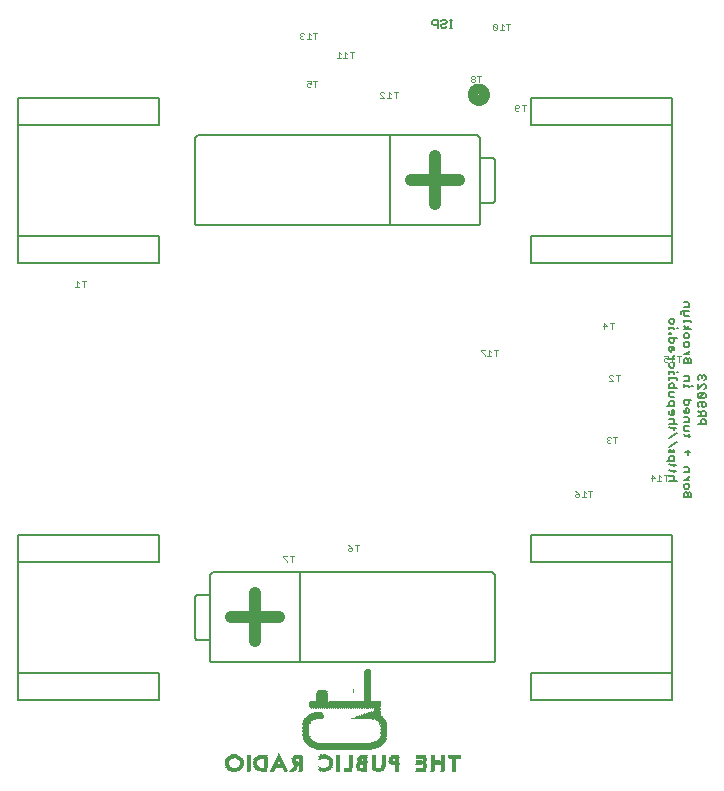
<source format=gbo>
G75*
%MOIN*%
%OFA0B0*%
%FSLAX24Y24*%
%IPPOS*%
%LPD*%
%AMOC8*
5,1,8,0,0,1.08239X$1,22.5*
%
%ADD10R,0.0010X0.0110*%
%ADD11R,0.0010X0.0010*%
%ADD12R,0.0010X0.0030*%
%ADD13R,0.0010X0.0070*%
%ADD14C,0.0070*%
%ADD15C,0.0320*%
%ADD16C,0.0050*%
%ADD17C,0.0080*%
%ADD18C,0.0400*%
%ADD19C,0.0040*%
%ADD20R,0.0015X0.0015*%
%ADD21R,0.0107X0.0015*%
%ADD22R,0.0123X0.0015*%
%ADD23R,0.0138X0.0015*%
%ADD24R,0.0353X0.0015*%
%ADD25R,0.0230X0.0015*%
%ADD26R,0.0261X0.0015*%
%ADD27R,0.0292X0.0015*%
%ADD28R,0.0154X0.0015*%
%ADD29R,0.0276X0.0015*%
%ADD30R,0.0322X0.0015*%
%ADD31R,0.0307X0.0015*%
%ADD32R,0.0169X0.0015*%
%ADD33R,0.0338X0.0015*%
%ADD34R,0.0384X0.0015*%
%ADD35R,0.0369X0.0015*%
%ADD36R,0.0415X0.0015*%
%ADD37R,0.0399X0.0015*%
%ADD38R,0.0445X0.0015*%
%ADD39R,0.0476X0.0015*%
%ADD40R,0.0200X0.0015*%
%ADD41R,0.0430X0.0015*%
%ADD42R,0.0077X0.0015*%
%ADD43R,0.0184X0.0015*%
%ADD44R,0.0046X0.0015*%
%ADD45R,0.0031X0.0015*%
%ADD46R,0.0246X0.0015*%
%ADD47R,0.0461X0.0015*%
%ADD48R,0.0092X0.0015*%
%ADD49R,0.0061X0.0015*%
%ADD50R,0.1981X0.0015*%
%ADD51R,0.2165X0.0015*%
%ADD52R,0.2288X0.0015*%
%ADD53R,0.2380X0.0015*%
%ADD54R,0.2472X0.0015*%
%ADD55R,0.2533X0.0015*%
%ADD56R,0.2595X0.0015*%
%ADD57R,0.0215X0.0015*%
%ADD58R,0.1075X0.0015*%
%ADD59R,0.0568X0.0015*%
%ADD60R,0.0952X0.0015*%
%ADD61R,0.0844X0.0015*%
%ADD62R,0.0537X0.0015*%
%ADD63R,0.0691X0.0015*%
%ADD64R,0.0507X0.0015*%
%ADD65R,0.0583X0.0015*%
%ADD66R,0.2365X0.0015*%
%ADD67R,0.2395X0.0015*%
%ADD68R,0.2349X0.0015*%
D10*
X014214Y004201D03*
D11*
X014224Y004161D03*
D12*
X014224Y004191D03*
X014224Y004231D03*
D13*
X014234Y004201D03*
D14*
X024742Y011190D02*
X024992Y011190D01*
X024909Y011232D02*
X024909Y011315D01*
X024867Y011357D01*
X024742Y011357D01*
X024784Y011526D02*
X024742Y011568D01*
X024784Y011526D02*
X024950Y011526D01*
X024909Y011485D02*
X024909Y011568D01*
X024909Y011681D02*
X024909Y011764D01*
X024950Y011723D02*
X024784Y011723D01*
X024742Y011764D01*
X024742Y011877D02*
X024742Y012003D01*
X024784Y012044D01*
X024867Y012044D01*
X024909Y012003D01*
X024909Y011877D01*
X024658Y011877D01*
X024742Y012172D02*
X024784Y012172D01*
X024784Y012214D01*
X024742Y012214D01*
X024742Y012172D01*
X024867Y012172D02*
X024909Y012172D01*
X024909Y012214D01*
X024867Y012214D01*
X024867Y012172D01*
X024742Y012319D02*
X024992Y012486D01*
X024742Y012614D02*
X024992Y012781D01*
X024909Y012909D02*
X024909Y012992D01*
X024950Y012950D02*
X024784Y012950D01*
X024742Y012992D01*
X024742Y013105D02*
X024992Y013105D01*
X024909Y013147D02*
X024909Y013230D01*
X024867Y013272D01*
X024742Y013272D01*
X024784Y013400D02*
X024867Y013400D01*
X024909Y013441D01*
X024909Y013525D01*
X024867Y013567D01*
X024825Y013567D01*
X024825Y013400D01*
X024784Y013400D02*
X024742Y013441D01*
X024742Y013525D01*
X024742Y013694D02*
X024742Y013820D01*
X024784Y013861D01*
X024867Y013861D01*
X024909Y013820D01*
X024909Y013694D01*
X024658Y013694D01*
X024784Y013989D02*
X024742Y014031D01*
X024742Y014156D01*
X024909Y014156D01*
X024909Y014284D02*
X024909Y014409D01*
X024867Y014451D01*
X024784Y014451D01*
X024742Y014409D01*
X024742Y014284D01*
X024992Y014284D01*
X025222Y014333D02*
X025222Y014416D01*
X025222Y014375D02*
X025389Y014375D01*
X025389Y014333D01*
X025472Y014375D02*
X025514Y014375D01*
X025702Y014426D02*
X025702Y014259D01*
X025869Y014426D01*
X025910Y014426D01*
X025952Y014384D01*
X025952Y014301D01*
X025910Y014259D01*
X025910Y014131D02*
X025744Y013965D01*
X025702Y014006D01*
X025702Y014090D01*
X025744Y014131D01*
X025910Y014131D01*
X025952Y014090D01*
X025952Y014006D01*
X025910Y013965D01*
X025744Y013965D01*
X025744Y013837D02*
X025910Y013837D01*
X025952Y013795D01*
X025952Y013712D01*
X025910Y013670D01*
X025869Y013670D01*
X025827Y013712D01*
X025827Y013837D01*
X025744Y013837D02*
X025702Y013795D01*
X025702Y013712D01*
X025744Y013670D01*
X025702Y013542D02*
X025785Y013459D01*
X025785Y013500D02*
X025785Y013375D01*
X025702Y013375D02*
X025952Y013375D01*
X025952Y013500D01*
X025910Y013542D01*
X025827Y013542D01*
X025785Y013500D01*
X025827Y013247D02*
X025785Y013206D01*
X025785Y013081D01*
X025702Y013081D02*
X025952Y013081D01*
X025952Y013206D01*
X025910Y013247D01*
X025827Y013247D01*
X025389Y013279D02*
X025347Y013321D01*
X025222Y013321D01*
X025264Y013449D02*
X025347Y013449D01*
X025389Y013491D01*
X025389Y013574D01*
X025347Y013616D01*
X025305Y013616D01*
X025305Y013449D01*
X025264Y013449D02*
X025222Y013491D01*
X025222Y013574D01*
X025264Y013744D02*
X025347Y013744D01*
X025389Y013785D01*
X025389Y013910D01*
X025472Y013910D02*
X025222Y013910D01*
X025222Y013785D01*
X025264Y013744D01*
X024909Y013989D02*
X024784Y013989D01*
X024742Y014578D02*
X024742Y014662D01*
X024742Y014620D02*
X024992Y014620D01*
X024992Y014578D01*
X024909Y014775D02*
X024909Y014817D01*
X024742Y014817D01*
X024742Y014858D02*
X024742Y014775D01*
X024784Y014971D02*
X024742Y015013D01*
X024742Y015138D01*
X024742Y015266D02*
X024909Y015266D01*
X024909Y015349D02*
X024909Y015391D01*
X024909Y015349D02*
X024825Y015266D01*
X024909Y015138D02*
X024909Y015013D01*
X024867Y014971D01*
X024784Y014971D01*
X024992Y014817D02*
X025034Y014817D01*
X025222Y014696D02*
X025347Y014696D01*
X025389Y014654D01*
X025389Y014529D01*
X025222Y014529D01*
X025702Y014596D02*
X025744Y014554D01*
X025702Y014596D02*
X025702Y014679D01*
X025744Y014721D01*
X025785Y014721D01*
X025827Y014679D01*
X025827Y014637D01*
X025827Y014679D02*
X025869Y014721D01*
X025910Y014721D01*
X025952Y014679D01*
X025952Y014596D01*
X025910Y014554D01*
X025472Y015119D02*
X025222Y015119D01*
X025222Y015244D01*
X025264Y015285D01*
X025305Y015285D01*
X025347Y015244D01*
X025347Y015119D01*
X025347Y015244D02*
X025389Y015285D01*
X025430Y015285D01*
X025472Y015244D01*
X025472Y015119D01*
X025389Y015413D02*
X025222Y015413D01*
X025305Y015413D02*
X025389Y015497D01*
X025389Y015538D01*
X025347Y015659D02*
X025264Y015659D01*
X025222Y015700D01*
X025222Y015784D01*
X025264Y015826D01*
X025347Y015826D01*
X025389Y015784D01*
X025389Y015700D01*
X025347Y015659D01*
X025347Y015953D02*
X025264Y015953D01*
X025222Y015995D01*
X025222Y016079D01*
X025264Y016120D01*
X025347Y016120D01*
X025389Y016079D01*
X025389Y015995D01*
X025347Y015953D01*
X025305Y016248D02*
X025389Y016373D01*
X025472Y016494D02*
X025472Y016535D01*
X025222Y016535D01*
X025222Y016494D02*
X025222Y016577D01*
X025264Y016690D02*
X025222Y016732D01*
X025222Y016857D01*
X025180Y016857D02*
X025138Y016815D01*
X025138Y016773D01*
X025180Y016857D02*
X025389Y016857D01*
X025389Y016985D02*
X025389Y017110D01*
X025347Y017152D01*
X025222Y017152D01*
X025222Y016985D02*
X025389Y016985D01*
X025389Y016690D02*
X025264Y016690D01*
X025222Y016373D02*
X025305Y016248D01*
X025222Y016248D02*
X025472Y016248D01*
X025034Y016290D02*
X024992Y016290D01*
X024909Y016290D02*
X024742Y016290D01*
X024742Y016331D02*
X024742Y016248D01*
X024742Y016142D02*
X024742Y016101D01*
X024784Y016101D01*
X024784Y016142D01*
X024742Y016142D01*
X024742Y015973D02*
X024742Y015848D01*
X024784Y015806D01*
X024867Y015806D01*
X024909Y015848D01*
X024909Y015973D01*
X024992Y015973D02*
X024742Y015973D01*
X024742Y015678D02*
X024742Y015553D01*
X024784Y015511D01*
X024825Y015553D01*
X024825Y015678D01*
X024867Y015678D02*
X024742Y015678D01*
X024867Y015678D02*
X024909Y015637D01*
X024909Y015553D01*
X024909Y016248D02*
X024909Y016290D01*
X024867Y016445D02*
X024784Y016445D01*
X024742Y016486D01*
X024742Y016570D01*
X024784Y016611D01*
X024867Y016611D01*
X024909Y016570D01*
X024909Y016486D01*
X024867Y016445D01*
X025389Y013279D02*
X025389Y013154D01*
X025222Y013154D01*
X025222Y013026D02*
X025389Y013026D01*
X025389Y012860D02*
X025264Y012860D01*
X025222Y012901D01*
X025222Y013026D01*
X025222Y012747D02*
X025264Y012705D01*
X025430Y012705D01*
X025389Y012663D02*
X025389Y012747D01*
X025347Y012241D02*
X025347Y012074D01*
X025430Y012157D02*
X025264Y012157D01*
X025222Y011651D02*
X025347Y011651D01*
X025389Y011610D01*
X025389Y011485D01*
X025222Y011485D01*
X025389Y011364D02*
X025389Y011322D01*
X025305Y011239D01*
X025222Y011239D02*
X025389Y011239D01*
X025347Y011111D02*
X025389Y011069D01*
X025389Y010986D01*
X025347Y010944D01*
X025264Y010944D01*
X025222Y010986D01*
X025222Y011069D01*
X025264Y011111D01*
X025347Y011111D01*
X025389Y010817D02*
X025347Y010775D01*
X025347Y010650D01*
X025347Y010775D02*
X025305Y010817D01*
X025264Y010817D01*
X025222Y010775D01*
X025222Y010650D01*
X025472Y010650D01*
X025472Y010775D01*
X025430Y010817D01*
X025389Y010817D01*
X024909Y011232D02*
X024867Y011190D01*
X024867Y013105D02*
X024909Y013147D01*
D15*
X018197Y024071D02*
X018199Y024098D01*
X018205Y024125D01*
X018214Y024151D01*
X018227Y024175D01*
X018243Y024198D01*
X018262Y024217D01*
X018284Y024234D01*
X018308Y024248D01*
X018333Y024258D01*
X018360Y024265D01*
X018387Y024268D01*
X018415Y024267D01*
X018442Y024262D01*
X018468Y024254D01*
X018492Y024242D01*
X018515Y024226D01*
X018536Y024208D01*
X018553Y024187D01*
X018568Y024163D01*
X018579Y024138D01*
X018587Y024112D01*
X018591Y024085D01*
X018591Y024057D01*
X018587Y024030D01*
X018579Y024004D01*
X018568Y023979D01*
X018553Y023955D01*
X018536Y023934D01*
X018515Y023916D01*
X018493Y023900D01*
X018468Y023888D01*
X018442Y023880D01*
X018415Y023875D01*
X018387Y023874D01*
X018360Y023877D01*
X018333Y023884D01*
X018308Y023894D01*
X018284Y023908D01*
X018262Y023925D01*
X018243Y023944D01*
X018227Y023967D01*
X018214Y023991D01*
X018205Y024017D01*
X018199Y024044D01*
X018197Y024071D01*
D16*
X007730Y003896D02*
X003030Y003896D01*
X003030Y004796D01*
X007730Y004796D01*
X007730Y003896D01*
X007730Y008496D02*
X003030Y008496D01*
X003030Y004796D01*
X003030Y008496D02*
X003030Y009396D01*
X007730Y009396D01*
X007730Y008496D01*
X007730Y018463D02*
X003030Y018463D01*
X003030Y019363D01*
X003030Y023063D01*
X007730Y023063D01*
X007730Y023963D01*
X003030Y023963D01*
X003030Y023063D01*
X003030Y019363D02*
X007730Y019363D01*
X007730Y018463D01*
X016840Y026442D02*
X016885Y026397D01*
X017020Y026397D01*
X017020Y026307D02*
X017020Y026577D01*
X016885Y026577D01*
X016840Y026532D01*
X016840Y026442D01*
X017134Y026397D02*
X017134Y026352D01*
X017179Y026307D01*
X017269Y026307D01*
X017314Y026352D01*
X017269Y026442D02*
X017179Y026442D01*
X017134Y026397D01*
X017134Y026532D02*
X017179Y026577D01*
X017269Y026577D01*
X017314Y026532D01*
X017314Y026487D01*
X017269Y026442D01*
X017421Y026307D02*
X017511Y026307D01*
X017466Y026307D02*
X017466Y026577D01*
X017511Y026577D02*
X017421Y026577D01*
X020130Y023963D02*
X020130Y023063D01*
X024830Y023063D01*
X024830Y023963D01*
X020130Y023963D01*
X024830Y023063D02*
X024830Y019363D01*
X020130Y019363D01*
X020130Y018463D01*
X024830Y018463D01*
X024830Y019363D01*
X024830Y009396D02*
X020130Y009396D01*
X020130Y008496D01*
X024830Y008496D01*
X024830Y004796D01*
X020130Y004796D01*
X020130Y003896D01*
X024830Y003896D01*
X024830Y004796D01*
X024830Y008496D02*
X024830Y009396D01*
D17*
X018930Y008046D02*
X018930Y005246D01*
X018928Y005229D01*
X018924Y005212D01*
X018917Y005196D01*
X018907Y005182D01*
X018894Y005169D01*
X018880Y005159D01*
X018864Y005152D01*
X018847Y005148D01*
X018830Y005146D01*
X012430Y005146D01*
X009530Y005146D01*
X009513Y005148D01*
X009496Y005152D01*
X009480Y005159D01*
X009466Y005169D01*
X009453Y005182D01*
X009443Y005196D01*
X009436Y005212D01*
X009432Y005229D01*
X009430Y005246D01*
X009430Y005896D01*
X009030Y005896D01*
X009013Y005898D01*
X008996Y005902D01*
X008980Y005909D01*
X008966Y005919D01*
X008953Y005932D01*
X008943Y005946D01*
X008936Y005962D01*
X008932Y005979D01*
X008930Y005996D01*
X008930Y007296D01*
X008932Y007313D01*
X008936Y007330D01*
X008943Y007346D01*
X008953Y007360D01*
X008966Y007373D01*
X008980Y007383D01*
X008996Y007390D01*
X009013Y007394D01*
X009030Y007396D01*
X009430Y007396D01*
X009430Y005896D01*
X009430Y007396D02*
X009430Y008046D01*
X009432Y008063D01*
X009436Y008080D01*
X009443Y008096D01*
X009453Y008110D01*
X009466Y008123D01*
X009480Y008133D01*
X009496Y008140D01*
X009513Y008144D01*
X009530Y008146D01*
X012430Y008146D01*
X018830Y008146D01*
X018847Y008144D01*
X018864Y008140D01*
X018880Y008133D01*
X018894Y008123D01*
X018907Y008110D01*
X018917Y008096D01*
X018924Y008080D01*
X018928Y008063D01*
X018930Y008046D01*
X012430Y008146D02*
X012430Y005146D01*
X015430Y019713D02*
X009030Y019713D01*
X009013Y019715D01*
X008996Y019719D01*
X008980Y019726D01*
X008966Y019736D01*
X008953Y019749D01*
X008943Y019763D01*
X008936Y019779D01*
X008932Y019796D01*
X008930Y019813D01*
X008930Y022613D01*
X008932Y022630D01*
X008936Y022647D01*
X008943Y022663D01*
X008953Y022677D01*
X008966Y022690D01*
X008980Y022700D01*
X008996Y022707D01*
X009013Y022711D01*
X009030Y022713D01*
X015430Y022713D01*
X018330Y022713D01*
X018347Y022711D01*
X018364Y022707D01*
X018380Y022700D01*
X018394Y022690D01*
X018407Y022677D01*
X018417Y022663D01*
X018424Y022647D01*
X018428Y022630D01*
X018430Y022613D01*
X018430Y021963D01*
X018830Y021963D01*
X018847Y021961D01*
X018864Y021957D01*
X018880Y021950D01*
X018894Y021940D01*
X018907Y021927D01*
X018917Y021913D01*
X018924Y021897D01*
X018928Y021880D01*
X018930Y021863D01*
X018930Y020563D01*
X018928Y020546D01*
X018924Y020529D01*
X018917Y020513D01*
X018907Y020499D01*
X018894Y020486D01*
X018880Y020476D01*
X018864Y020469D01*
X018847Y020465D01*
X018830Y020463D01*
X018430Y020463D01*
X018430Y021963D01*
X018430Y020463D02*
X018430Y019813D01*
X018428Y019796D01*
X018424Y019779D01*
X018417Y019763D01*
X018407Y019749D01*
X018394Y019736D01*
X018380Y019726D01*
X018364Y019719D01*
X018347Y019715D01*
X018330Y019713D01*
X015430Y019713D01*
X015430Y022713D01*
D18*
X016930Y022013D02*
X016930Y020413D01*
X016130Y021213D02*
X017730Y021213D01*
X010930Y007446D02*
X010930Y005846D01*
X011730Y006646D02*
X010130Y006646D01*
D19*
X011996Y008497D02*
X011996Y008530D01*
X011862Y008664D01*
X011862Y008697D01*
X011996Y008697D01*
X012083Y008697D02*
X012217Y008697D01*
X012150Y008697D02*
X012150Y008497D01*
X014028Y008885D02*
X014028Y008918D01*
X014061Y008951D01*
X014161Y008951D01*
X014161Y008885D01*
X014128Y008851D01*
X014061Y008851D01*
X014028Y008885D01*
X014094Y009018D02*
X014161Y008951D01*
X014094Y009018D02*
X014028Y009051D01*
X014249Y009051D02*
X014382Y009051D01*
X014315Y009051D02*
X014315Y008851D01*
X018586Y015347D02*
X018586Y015381D01*
X018452Y015514D01*
X018452Y015547D01*
X018586Y015547D01*
X018740Y015547D02*
X018740Y015347D01*
X018807Y015347D02*
X018673Y015347D01*
X018807Y015481D02*
X018740Y015547D01*
X018894Y015547D02*
X019028Y015547D01*
X018961Y015547D02*
X018961Y015347D01*
X022531Y016353D02*
X022665Y016353D01*
X022565Y016453D01*
X022565Y016253D01*
X022819Y016253D02*
X022819Y016453D01*
X022886Y016453D02*
X022752Y016453D01*
X022762Y014721D02*
X022828Y014721D01*
X022862Y014687D01*
X022949Y014721D02*
X023083Y014721D01*
X023016Y014721D02*
X023016Y014520D01*
X022862Y014520D02*
X022728Y014654D01*
X022728Y014687D01*
X022762Y014721D01*
X022728Y014520D02*
X022862Y014520D01*
X024555Y015184D02*
X024588Y015150D01*
X024655Y015150D01*
X024688Y015184D01*
X024688Y015250D02*
X024621Y015284D01*
X024588Y015284D01*
X024555Y015250D01*
X024555Y015184D01*
X024688Y015250D02*
X024688Y015350D01*
X024555Y015350D01*
X024842Y015350D02*
X024842Y015150D01*
X024776Y015150D02*
X024909Y015150D01*
X024909Y015284D02*
X024842Y015350D01*
X024997Y015350D02*
X025130Y015350D01*
X025063Y015350D02*
X025063Y015150D01*
X023004Y012673D02*
X022871Y012673D01*
X022937Y012673D02*
X022937Y012473D01*
X022783Y012507D02*
X022750Y012473D01*
X022683Y012473D01*
X022650Y012507D01*
X022650Y012540D01*
X022683Y012573D01*
X022716Y012573D01*
X022683Y012573D02*
X022650Y012607D01*
X022650Y012640D01*
X022683Y012673D01*
X022750Y012673D01*
X022783Y012640D01*
X024152Y011410D02*
X024252Y011310D01*
X024119Y011310D01*
X024152Y011210D02*
X024152Y011410D01*
X024407Y011410D02*
X024407Y011210D01*
X024473Y011210D02*
X024340Y011210D01*
X024473Y011343D02*
X024407Y011410D01*
X024561Y011410D02*
X024694Y011410D01*
X024628Y011410D02*
X024628Y011210D01*
X022177Y010862D02*
X022044Y010862D01*
X022111Y010862D02*
X022111Y010662D01*
X021956Y010662D02*
X021823Y010662D01*
X021890Y010662D02*
X021890Y010862D01*
X021956Y010796D01*
X021735Y010762D02*
X021635Y010762D01*
X021602Y010729D01*
X021602Y010695D01*
X021635Y010662D01*
X021702Y010662D01*
X021735Y010695D01*
X021735Y010762D01*
X021669Y010829D01*
X021602Y010862D01*
X019886Y023536D02*
X019886Y023736D01*
X019953Y023736D02*
X019819Y023736D01*
X019732Y023703D02*
X019732Y023670D01*
X019698Y023636D01*
X019598Y023636D01*
X019598Y023570D02*
X019598Y023703D01*
X019632Y023736D01*
X019698Y023736D01*
X019732Y023703D01*
X019732Y023570D02*
X019698Y023536D01*
X019632Y023536D01*
X019598Y023570D01*
X018410Y024481D02*
X018410Y024681D01*
X018476Y024681D02*
X018343Y024681D01*
X018255Y024648D02*
X018255Y024615D01*
X018222Y024581D01*
X018155Y024581D01*
X018122Y024548D01*
X018122Y024514D01*
X018155Y024481D01*
X018222Y024481D01*
X018255Y024514D01*
X018255Y024548D01*
X018222Y024581D01*
X018155Y024581D02*
X018122Y024615D01*
X018122Y024648D01*
X018155Y024681D01*
X018222Y024681D01*
X018255Y024648D01*
X018895Y026241D02*
X018962Y026241D01*
X018995Y026274D01*
X018862Y026408D01*
X018862Y026274D01*
X018895Y026241D01*
X018995Y026274D02*
X018995Y026408D01*
X018962Y026441D01*
X018895Y026441D01*
X018862Y026408D01*
X019083Y026241D02*
X019216Y026241D01*
X019149Y026241D02*
X019149Y026441D01*
X019216Y026374D01*
X019304Y026441D02*
X019437Y026441D01*
X019370Y026441D02*
X019370Y026241D01*
X015681Y024169D02*
X015548Y024169D01*
X015614Y024169D02*
X015614Y023969D01*
X015460Y023969D02*
X015327Y023969D01*
X015393Y023969D02*
X015393Y024169D01*
X015460Y024103D01*
X015239Y024136D02*
X015206Y024169D01*
X015139Y024169D01*
X015106Y024136D01*
X015106Y024103D01*
X015239Y023969D01*
X015106Y023969D01*
X014158Y025308D02*
X014158Y025508D01*
X014224Y025508D02*
X014091Y025508D01*
X014004Y025441D02*
X013937Y025508D01*
X013937Y025308D01*
X014004Y025308D02*
X013870Y025308D01*
X013783Y025308D02*
X013649Y025308D01*
X013716Y025308D02*
X013716Y025508D01*
X013783Y025441D01*
X013004Y026138D02*
X012871Y026138D01*
X012937Y026138D02*
X012937Y025938D01*
X012783Y025938D02*
X012650Y025938D01*
X012716Y025938D02*
X012716Y026138D01*
X012783Y026071D01*
X012562Y026105D02*
X012529Y026138D01*
X012462Y026138D01*
X012429Y026105D01*
X012429Y026071D01*
X012462Y026038D01*
X012429Y026004D01*
X012429Y025971D01*
X012462Y025938D01*
X012529Y025938D01*
X012562Y025971D01*
X012495Y026038D02*
X012462Y026038D01*
X012650Y024524D02*
X012783Y024524D01*
X012783Y024424D01*
X012716Y024457D01*
X012683Y024457D01*
X012650Y024424D01*
X012650Y024357D01*
X012683Y024324D01*
X012750Y024324D01*
X012783Y024357D01*
X012937Y024324D02*
X012937Y024524D01*
X012871Y024524D02*
X013004Y024524D01*
X005287Y017870D02*
X005154Y017870D01*
X005221Y017870D02*
X005221Y017670D01*
X005066Y017670D02*
X004933Y017670D01*
X005000Y017670D02*
X005000Y017870D01*
X005066Y017803D01*
D20*
X014590Y004845D03*
X014590Y004753D03*
X014590Y004722D03*
X014590Y004630D03*
X014590Y004599D03*
X014590Y004507D03*
X014590Y004476D03*
X014590Y004384D03*
X014590Y004354D03*
X014590Y004261D03*
X014590Y004231D03*
X014590Y004139D03*
X014590Y004108D03*
X014590Y004016D03*
X014590Y003985D03*
X014590Y003893D03*
X014590Y003862D03*
X014774Y003831D03*
X014774Y003924D03*
X014774Y003954D03*
X014774Y004046D03*
X014774Y004077D03*
X014774Y004169D03*
X014774Y004200D03*
X014774Y004292D03*
X014774Y004323D03*
X014774Y004415D03*
X014774Y004446D03*
X014774Y004538D03*
X014774Y004569D03*
X014774Y004661D03*
X014774Y004691D03*
X014774Y004783D03*
X014774Y004814D03*
X014743Y004876D03*
X015112Y003770D03*
X015112Y003739D03*
X015112Y003647D03*
X015112Y003617D03*
X015112Y003524D03*
X015112Y003494D03*
X015112Y003402D03*
X015112Y003371D03*
X015143Y003340D03*
X015235Y003248D03*
X015265Y003217D03*
X015296Y003156D03*
X015296Y003125D03*
X015327Y003094D03*
X015327Y003064D03*
X015327Y002972D03*
X015327Y002941D03*
X015327Y002849D03*
X015327Y002818D03*
X015327Y002726D03*
X015327Y002695D03*
X015143Y002757D03*
X015143Y002787D03*
X015143Y002880D03*
X015143Y002910D03*
X015143Y003002D03*
X015112Y003064D03*
X015112Y003094D03*
X015081Y003125D03*
X014881Y003233D03*
X014851Y003233D03*
X014835Y003248D03*
X014805Y003248D03*
X014774Y003248D03*
X014743Y003248D03*
X014713Y003248D03*
X014682Y003248D03*
X014651Y003248D03*
X014620Y003248D03*
X014590Y003248D03*
X014559Y003248D03*
X014528Y003248D03*
X014498Y003248D03*
X014467Y003248D03*
X014436Y003248D03*
X014406Y003248D03*
X014375Y003248D03*
X014344Y003248D03*
X014313Y003248D03*
X014283Y003248D03*
X014252Y003248D03*
X014221Y003248D03*
X014191Y003248D03*
X014160Y003248D03*
X014221Y003279D03*
X014313Y003309D03*
X014329Y003325D03*
X014421Y003356D03*
X014513Y003386D03*
X014559Y003402D03*
X014590Y003402D03*
X014605Y003417D03*
X014651Y003432D03*
X014682Y003432D03*
X014835Y003494D03*
X014851Y003601D03*
X014789Y003601D03*
X014728Y003601D03*
X014697Y003601D03*
X014667Y003601D03*
X014605Y003601D03*
X014544Y003601D03*
X014482Y003601D03*
X014421Y003601D03*
X014359Y003601D03*
X014298Y003601D03*
X014237Y003601D03*
X014175Y003601D03*
X014114Y003601D03*
X014052Y003601D03*
X013991Y003601D03*
X013930Y003601D03*
X013868Y003601D03*
X013807Y003601D03*
X013745Y003601D03*
X013684Y003601D03*
X013622Y003601D03*
X013561Y003601D03*
X013500Y003601D03*
X013438Y003601D03*
X013377Y003601D03*
X013315Y003601D03*
X013254Y003601D03*
X013193Y003601D03*
X013131Y003601D03*
X013070Y003601D03*
X013008Y003601D03*
X012947Y003601D03*
X012885Y003601D03*
X012824Y003601D03*
X012809Y003617D03*
X012747Y003739D03*
X012747Y003770D03*
X012778Y003801D03*
X012793Y003816D03*
X012824Y003816D03*
X012993Y003862D03*
X012993Y003893D03*
X012993Y003985D03*
X012993Y004016D03*
X012993Y004108D03*
X013361Y004077D03*
X013361Y004046D03*
X013361Y003954D03*
X013361Y003924D03*
X013361Y003831D03*
X013162Y003448D03*
X013177Y003432D03*
X013208Y003371D03*
X013177Y003309D03*
X013116Y003248D03*
X013085Y003248D03*
X013054Y003248D03*
X013024Y003248D03*
X012978Y003233D03*
X012809Y003187D03*
X012778Y003156D03*
X012747Y003094D03*
X012717Y003033D03*
X012717Y003002D03*
X012717Y002910D03*
X012717Y002880D03*
X012717Y002787D03*
X012717Y002757D03*
X012532Y002726D03*
X012532Y002695D03*
X012532Y002818D03*
X012532Y002849D03*
X012532Y002941D03*
X012532Y002972D03*
X012532Y003064D03*
X012532Y003094D03*
X012624Y003279D03*
X012655Y003309D03*
X012747Y003371D03*
X012809Y003402D03*
X012870Y003432D03*
X012901Y003432D03*
X012916Y003448D03*
X012947Y003448D03*
X012809Y002572D03*
X012839Y002542D03*
X012931Y002480D03*
X012978Y002465D03*
X012993Y002450D03*
X012993Y002235D03*
X013024Y002235D03*
X013146Y002050D03*
X013177Y002050D03*
X013269Y002050D03*
X013300Y002050D03*
X013254Y001943D03*
X013223Y001943D03*
X013131Y001912D03*
X013070Y001881D03*
X013070Y001667D03*
X013223Y001605D03*
X013254Y001605D03*
X013300Y001498D03*
X013146Y001498D03*
X013669Y001498D03*
X013699Y001498D03*
X013730Y001498D03*
X013761Y001498D03*
X013914Y001498D03*
X013945Y001498D03*
X013976Y001498D03*
X014006Y001498D03*
X014037Y001498D03*
X014068Y001498D03*
X014098Y001498D03*
X014129Y001498D03*
X014160Y001498D03*
X014498Y001498D03*
X014528Y001498D03*
X014559Y001498D03*
X014590Y001498D03*
X014620Y001498D03*
X014651Y001498D03*
X014989Y001498D03*
X015035Y001605D03*
X015066Y001605D03*
X015219Y001544D03*
X015542Y001713D03*
X015588Y001820D03*
X015634Y001498D03*
X015665Y001498D03*
X015695Y001498D03*
X015726Y001498D03*
X016309Y001498D03*
X016340Y001498D03*
X016371Y001498D03*
X016402Y001498D03*
X016432Y001498D03*
X016463Y001498D03*
X016494Y001498D03*
X016524Y001498D03*
X016555Y001498D03*
X016586Y001498D03*
X016617Y001498D03*
X016801Y001498D03*
X016831Y001498D03*
X016862Y001498D03*
X016893Y001498D03*
X017139Y001498D03*
X017169Y001498D03*
X017200Y001498D03*
X017231Y001498D03*
X017538Y001498D03*
X017569Y001498D03*
X017599Y001498D03*
X017630Y001498D03*
X017093Y001851D03*
X017062Y001851D03*
X017031Y001851D03*
X017000Y001851D03*
X016970Y001851D03*
X016939Y001851D03*
X016509Y001851D03*
X016478Y001851D03*
X016448Y001851D03*
X016417Y001851D03*
X016386Y001851D03*
X016356Y001851D03*
X016325Y001851D03*
X016340Y001743D03*
X016309Y001743D03*
X016371Y001743D03*
X016402Y001743D03*
X016432Y001743D03*
X016463Y001743D03*
X016494Y001743D03*
X015173Y002388D03*
X015127Y002342D03*
X015081Y002327D03*
X015204Y002450D03*
X014928Y002480D03*
X014866Y002450D03*
X014835Y002450D03*
X014835Y002235D03*
X014452Y002035D03*
X012778Y002327D03*
X012655Y002450D03*
X012271Y002035D03*
X012241Y001728D03*
X012225Y001498D03*
X012194Y001498D03*
X012164Y001498D03*
X012133Y001498D03*
X012102Y001498D03*
X012010Y001498D03*
X011980Y001498D03*
X011949Y001498D03*
X011918Y001498D03*
X011826Y001620D03*
X011795Y001620D03*
X011765Y001620D03*
X011734Y001620D03*
X011703Y001620D03*
X011672Y001620D03*
X011642Y001620D03*
X011550Y001498D03*
X011519Y001498D03*
X011488Y001498D03*
X011457Y001498D03*
X011335Y001498D03*
X011304Y001498D03*
X011273Y001498D03*
X011243Y001498D03*
X011212Y001498D03*
X011181Y001498D03*
X011150Y001498D03*
X011028Y001528D03*
X010751Y001498D03*
X010720Y001498D03*
X010690Y001498D03*
X010321Y001498D03*
X010275Y001605D03*
X010214Y001605D03*
X010168Y001498D03*
X010214Y001943D03*
X010244Y001943D03*
X010321Y001928D03*
X010321Y002050D03*
X010291Y002050D03*
X010260Y002050D03*
X010229Y002050D03*
X010198Y002050D03*
X010168Y002050D03*
X011074Y002035D03*
X011120Y001928D03*
X011734Y002081D03*
X012409Y001498D03*
X012440Y001498D03*
X012471Y001498D03*
X012502Y001498D03*
D21*
X012456Y001528D03*
X012456Y001559D03*
X012456Y001590D03*
X012456Y001620D03*
X012456Y001651D03*
X012456Y001682D03*
X012456Y001835D03*
X012456Y001866D03*
X012456Y001897D03*
X012456Y001928D03*
X013223Y001498D03*
X013469Y001713D03*
X013469Y001835D03*
X014359Y001682D03*
X014359Y001651D03*
X014881Y001682D03*
X014881Y001713D03*
X014881Y001743D03*
X014881Y001774D03*
X014881Y001805D03*
X014881Y001835D03*
X014881Y001866D03*
X014881Y001897D03*
X014881Y001928D03*
X014881Y001958D03*
X014881Y001989D03*
X014881Y002020D03*
X015219Y002020D03*
X015219Y001989D03*
X015219Y001958D03*
X015219Y001928D03*
X015219Y001897D03*
X015219Y001866D03*
X015219Y001835D03*
X015219Y001805D03*
X015219Y001774D03*
X015219Y001743D03*
X015219Y001713D03*
X015066Y001498D03*
X015680Y001528D03*
X015680Y001559D03*
X015680Y001590D03*
X015680Y001620D03*
X015680Y001651D03*
X015680Y001682D03*
X015680Y001835D03*
X015680Y001866D03*
X015680Y001897D03*
X015680Y001928D03*
X017185Y001928D03*
X017185Y001958D03*
X017185Y001989D03*
X017185Y002020D03*
X017185Y001897D03*
X017185Y001866D03*
X017185Y001713D03*
X017185Y001682D03*
X017185Y001651D03*
X017185Y001620D03*
X017185Y001590D03*
X017185Y001559D03*
X017185Y001528D03*
X014682Y004891D03*
X011734Y002004D03*
X010720Y002004D03*
X010720Y001974D03*
X010720Y001943D03*
X010720Y001912D03*
X010720Y001881D03*
X010720Y001851D03*
X010720Y001820D03*
X010720Y001789D03*
X010720Y001759D03*
X010720Y001728D03*
X010720Y001697D03*
X010720Y001667D03*
X010720Y001636D03*
X010720Y001605D03*
X010720Y001574D03*
X010720Y001544D03*
X010720Y001513D03*
X010490Y001743D03*
X010490Y001774D03*
X010490Y001805D03*
X010720Y002035D03*
X010244Y001498D03*
X009999Y001713D03*
D22*
X009991Y001743D03*
X009991Y001759D03*
X009991Y001774D03*
X009991Y001805D03*
X010006Y001835D03*
X010482Y001835D03*
X010482Y001851D03*
X010482Y001713D03*
X010482Y001697D03*
X010928Y001728D03*
X010928Y001743D03*
X010928Y001759D03*
X010928Y001774D03*
X010928Y001789D03*
X010928Y001820D03*
X011281Y001820D03*
X011281Y001805D03*
X011281Y001789D03*
X011281Y001774D03*
X011281Y001759D03*
X011281Y001743D03*
X011281Y001728D03*
X011281Y001713D03*
X011281Y001697D03*
X011281Y001682D03*
X011281Y001667D03*
X011281Y001651D03*
X011281Y001636D03*
X011281Y001620D03*
X011281Y001835D03*
X011281Y001851D03*
X011281Y001866D03*
X011281Y001881D03*
X011281Y001897D03*
X011281Y001912D03*
X011281Y001928D03*
X011542Y001590D03*
X011527Y001559D03*
X011634Y001774D03*
X011634Y001789D03*
X011818Y001805D03*
X011849Y001743D03*
X011910Y001620D03*
X011941Y001559D03*
X011956Y001528D03*
X012218Y001851D03*
X012218Y001866D03*
X012218Y001881D03*
X012218Y001897D03*
X011726Y001974D03*
X011726Y001989D03*
X013477Y001805D03*
X013477Y001789D03*
X013477Y001774D03*
X013477Y001759D03*
X013477Y001743D03*
X013707Y001743D03*
X013707Y001728D03*
X013707Y001713D03*
X013707Y001697D03*
X013707Y001682D03*
X013707Y001667D03*
X013707Y001651D03*
X013707Y001636D03*
X013707Y001620D03*
X013707Y001605D03*
X013707Y001590D03*
X013707Y001574D03*
X013707Y001559D03*
X013707Y001544D03*
X013707Y001528D03*
X013707Y001513D03*
X013707Y001759D03*
X013707Y001774D03*
X013707Y001789D03*
X013707Y001805D03*
X013707Y001820D03*
X013707Y001835D03*
X013707Y001851D03*
X013707Y001866D03*
X013707Y001881D03*
X013707Y001897D03*
X013707Y001912D03*
X013707Y001928D03*
X013707Y001943D03*
X013707Y001958D03*
X013707Y001974D03*
X013707Y001989D03*
X013707Y002004D03*
X013707Y002020D03*
X013707Y002035D03*
X014121Y002035D03*
X014121Y002020D03*
X014121Y002004D03*
X014121Y001989D03*
X014121Y001974D03*
X014121Y001958D03*
X014121Y001943D03*
X014121Y001928D03*
X014121Y001912D03*
X014121Y001897D03*
X014121Y001881D03*
X014121Y001866D03*
X014121Y001851D03*
X014121Y001835D03*
X014121Y001820D03*
X014121Y001805D03*
X014121Y001789D03*
X014121Y001774D03*
X014121Y001759D03*
X014121Y001743D03*
X014121Y001728D03*
X014121Y001713D03*
X014121Y001697D03*
X014121Y001682D03*
X014121Y001667D03*
X014121Y001651D03*
X014121Y001636D03*
X014121Y001620D03*
X014367Y001697D03*
X014413Y001866D03*
X014413Y001881D03*
X014413Y001897D03*
X014613Y001897D03*
X014613Y001912D03*
X014613Y001928D03*
X014613Y001881D03*
X014613Y001866D03*
X014613Y001851D03*
X014613Y001835D03*
X014613Y001713D03*
X014613Y001697D03*
X014613Y001682D03*
X014613Y001667D03*
X014613Y001651D03*
X014613Y001636D03*
X014613Y001620D03*
X014889Y001651D03*
X015196Y001636D03*
X015212Y001682D03*
X015457Y001835D03*
X015457Y001851D03*
X015457Y001866D03*
X015457Y001881D03*
X015457Y001897D03*
X016594Y001897D03*
X016594Y001912D03*
X016594Y001928D03*
X016594Y001881D03*
X016594Y001866D03*
X016594Y001851D03*
X016594Y001728D03*
X016594Y001713D03*
X016594Y001697D03*
X016594Y001682D03*
X016594Y001667D03*
X016594Y001651D03*
X016594Y001636D03*
X016594Y001620D03*
X016855Y001620D03*
X016855Y001605D03*
X016855Y001590D03*
X016855Y001574D03*
X016855Y001559D03*
X016855Y001544D03*
X016855Y001528D03*
X016855Y001513D03*
X016855Y001636D03*
X016855Y001651D03*
X016855Y001667D03*
X016855Y001682D03*
X016855Y001697D03*
X016855Y001713D03*
X016855Y001728D03*
X016855Y001851D03*
X016855Y001866D03*
X016855Y001881D03*
X016855Y001897D03*
X016855Y001912D03*
X016855Y001928D03*
X016855Y001943D03*
X016855Y001958D03*
X016855Y001974D03*
X016855Y001989D03*
X016855Y002004D03*
X016855Y002020D03*
X016855Y002035D03*
X017576Y001928D03*
X017576Y001912D03*
X017576Y001897D03*
X017576Y001881D03*
X017576Y001866D03*
X017576Y001851D03*
X017576Y001835D03*
X017576Y001820D03*
X017576Y001805D03*
X017576Y001789D03*
X017576Y001774D03*
X017576Y001759D03*
X017576Y001743D03*
X017576Y001728D03*
X017576Y001713D03*
X017576Y001697D03*
X017576Y001682D03*
X017576Y001667D03*
X017576Y001651D03*
X017576Y001636D03*
X017576Y001620D03*
X017576Y001605D03*
X017576Y001590D03*
X017576Y001574D03*
X017576Y001559D03*
X017576Y001544D03*
X017576Y001528D03*
X017576Y001513D03*
D23*
X017185Y001513D03*
X017185Y001544D03*
X017185Y001574D03*
X017185Y001605D03*
X017185Y001636D03*
X017185Y001667D03*
X017185Y001697D03*
X017185Y001728D03*
X017185Y001851D03*
X017185Y001881D03*
X017185Y001912D03*
X017185Y001943D03*
X017185Y001974D03*
X017185Y002004D03*
X017185Y002035D03*
X016586Y001743D03*
X015680Y001697D03*
X015680Y001667D03*
X015680Y001636D03*
X015680Y001605D03*
X015680Y001574D03*
X015680Y001544D03*
X015680Y001513D03*
X015680Y001820D03*
X015680Y001851D03*
X015680Y001881D03*
X015680Y001912D03*
X015480Y001928D03*
X015465Y001912D03*
X015219Y001912D03*
X015219Y001881D03*
X015219Y001851D03*
X015219Y001820D03*
X015219Y001789D03*
X015219Y001759D03*
X015219Y001728D03*
X015219Y001697D03*
X015219Y001667D03*
X015204Y001651D03*
X015219Y001943D03*
X015219Y001974D03*
X015219Y002004D03*
X015219Y002035D03*
X014881Y002035D03*
X014881Y002004D03*
X014881Y001974D03*
X014881Y001943D03*
X014881Y001912D03*
X014881Y001881D03*
X014881Y001851D03*
X014881Y001820D03*
X014881Y001789D03*
X014881Y001759D03*
X014881Y001728D03*
X014881Y001697D03*
X014881Y001667D03*
X014897Y001636D03*
X014436Y001835D03*
X014421Y001851D03*
X014421Y001912D03*
X014436Y001928D03*
X014375Y001713D03*
X014359Y001667D03*
X014359Y001636D03*
X014375Y001620D03*
X013469Y001697D03*
X013454Y001682D03*
X013469Y001728D03*
X013469Y001820D03*
X013469Y001851D03*
X013454Y001866D03*
X013131Y001943D03*
X013131Y001605D03*
X012456Y001605D03*
X012456Y001574D03*
X012456Y001544D03*
X012456Y001513D03*
X012456Y001636D03*
X012456Y001667D03*
X012456Y001820D03*
X012456Y001851D03*
X012456Y001881D03*
X012456Y001912D03*
X012225Y001912D03*
X012225Y001835D03*
X012287Y001651D03*
X012271Y001636D03*
X012194Y001528D03*
X011964Y001513D03*
X011949Y001544D03*
X011933Y001574D03*
X011918Y001590D03*
X011918Y001605D03*
X011841Y001759D03*
X011826Y001774D03*
X011826Y001789D03*
X011811Y001820D03*
X011657Y001820D03*
X011642Y001805D03*
X011626Y001759D03*
X011611Y001743D03*
X011550Y001620D03*
X011550Y001605D03*
X011534Y001574D03*
X011519Y001528D03*
X011504Y001513D03*
X011734Y001958D03*
X010966Y001897D03*
X010951Y001866D03*
X010951Y001851D03*
X010935Y001835D03*
X010935Y001805D03*
X010935Y001713D03*
X010951Y001697D03*
X010951Y001682D03*
X010966Y001651D03*
X010720Y001651D03*
X010720Y001620D03*
X010720Y001590D03*
X010720Y001559D03*
X010720Y001528D03*
X010720Y001682D03*
X010720Y001713D03*
X010720Y001743D03*
X010720Y001774D03*
X010720Y001805D03*
X010720Y001835D03*
X010720Y001866D03*
X010720Y001897D03*
X010720Y001928D03*
X010720Y001958D03*
X010720Y001989D03*
X010720Y002020D03*
X010475Y001866D03*
X010459Y001881D03*
X010490Y001820D03*
X010490Y001789D03*
X010490Y001759D03*
X010490Y001728D03*
X010475Y001682D03*
X010459Y001667D03*
X010014Y001682D03*
X009999Y001697D03*
X009999Y001728D03*
X009999Y001789D03*
X009999Y001820D03*
X009999Y001851D03*
X010014Y001866D03*
D24*
X011166Y001989D03*
X011166Y001559D03*
X012348Y001789D03*
X012348Y001943D03*
X012348Y001974D03*
X012778Y002465D03*
X013239Y002004D03*
X013239Y001544D03*
X014498Y001574D03*
X014498Y001590D03*
X014498Y001605D03*
X014498Y001728D03*
X015572Y001943D03*
X016478Y001943D03*
X016478Y001958D03*
X016478Y001974D03*
X016478Y001989D03*
X016478Y002004D03*
X016478Y002020D03*
X016478Y002035D03*
X016478Y001835D03*
X016478Y001820D03*
X016478Y001805D03*
X016478Y001789D03*
X016478Y001774D03*
X016478Y001759D03*
X016478Y001605D03*
X016478Y001590D03*
X016478Y001574D03*
X016478Y001559D03*
X016478Y001544D03*
X016478Y001528D03*
X016478Y001513D03*
X015081Y003233D03*
X013177Y003847D03*
X013177Y003970D03*
X013177Y004093D03*
X013177Y004123D03*
X013177Y004154D03*
D25*
X012624Y003079D03*
X012624Y003048D03*
X012624Y003018D03*
X012624Y002956D03*
X012624Y002926D03*
X012624Y002895D03*
X012624Y002833D03*
X012624Y002803D03*
X012624Y002772D03*
X012624Y002741D03*
X012624Y002711D03*
X012655Y002619D03*
X012409Y002035D03*
X011734Y001881D03*
X010383Y001943D03*
X014682Y003816D03*
X014682Y003847D03*
X014682Y003878D03*
X014682Y003908D03*
X014682Y003939D03*
X014682Y003970D03*
X014682Y004000D03*
X014682Y004031D03*
X014682Y004062D03*
X014682Y004093D03*
X014682Y004123D03*
X014682Y004154D03*
X014682Y004185D03*
X014682Y004215D03*
X014682Y004246D03*
X014682Y004277D03*
X014682Y004307D03*
X014682Y004338D03*
X014682Y004369D03*
X014682Y004400D03*
X014682Y004430D03*
X014682Y004461D03*
X014682Y004492D03*
X014682Y004522D03*
X014682Y004553D03*
X014682Y004584D03*
X014682Y004615D03*
X014682Y004645D03*
X014682Y004676D03*
X014682Y004707D03*
X014682Y004737D03*
X014682Y004768D03*
X014682Y004799D03*
X015204Y003110D03*
X015219Y003079D03*
X015235Y003018D03*
X015235Y002987D03*
X015235Y002956D03*
X015235Y002926D03*
X015235Y002895D03*
X015235Y002864D03*
X015235Y002833D03*
X015235Y002803D03*
X015235Y002772D03*
X015235Y002741D03*
X015235Y002711D03*
X015204Y002649D03*
X015204Y002619D03*
X015634Y002035D03*
X015050Y001513D03*
D26*
X015050Y001528D03*
X014544Y001513D03*
X014544Y002004D03*
X015158Y002557D03*
X015189Y002588D03*
X015189Y003141D03*
X015158Y003171D03*
X015603Y002020D03*
X015603Y001743D03*
X015619Y001728D03*
X013223Y001513D03*
X013223Y002035D03*
X012701Y002557D03*
X012670Y002588D03*
X012379Y002020D03*
X012394Y001728D03*
X011734Y001835D03*
X010244Y002035D03*
X010244Y001513D03*
D27*
X010244Y002020D03*
X011196Y002020D03*
X011196Y001528D03*
X012379Y001697D03*
X012747Y002496D03*
X012717Y002526D03*
X012717Y003202D03*
X013177Y004185D03*
X015112Y002496D03*
X015143Y002526D03*
X015603Y002004D03*
X015588Y001989D03*
X014528Y001974D03*
X014528Y001528D03*
X014037Y001528D03*
X014037Y001513D03*
X014037Y001544D03*
X014037Y001559D03*
X014037Y001574D03*
X014037Y001590D03*
X014037Y001605D03*
X013223Y002020D03*
D28*
X013431Y001897D03*
X013446Y001881D03*
X013446Y001667D03*
X013446Y001651D03*
X012310Y001682D03*
X012294Y001667D03*
X012264Y001620D03*
X012248Y001605D03*
X012233Y001590D03*
X012218Y001559D03*
X012171Y001513D03*
X011527Y001544D03*
X010452Y001651D03*
X010452Y001897D03*
X010037Y001897D03*
X010022Y001881D03*
X010022Y001667D03*
X010037Y001651D03*
X014905Y001620D03*
X015196Y001620D03*
D29*
X014536Y001989D03*
X012678Y003171D03*
X012371Y001743D03*
X011204Y001513D03*
D30*
X012348Y001774D03*
X012363Y001759D03*
X012348Y001958D03*
X013239Y001528D03*
X014513Y001544D03*
X014513Y001774D03*
X014513Y001789D03*
X014513Y001943D03*
X015572Y001958D03*
X015588Y001974D03*
X015572Y001805D03*
X015127Y003202D03*
D31*
X014521Y001958D03*
X014521Y001820D03*
X014521Y001805D03*
X015043Y001544D03*
X015580Y001774D03*
X015595Y001759D03*
X012371Y002004D03*
X012356Y001989D03*
X010237Y001528D03*
D32*
X010060Y001620D03*
X010045Y001636D03*
X010045Y001912D03*
X010060Y001928D03*
X010429Y001928D03*
X010444Y001912D03*
X010444Y001636D03*
X010429Y001620D03*
X010966Y001667D03*
X010997Y001636D03*
X010966Y001881D03*
X010997Y001912D03*
X011012Y001928D03*
X011734Y001943D03*
X012241Y001928D03*
X012256Y001820D03*
X012225Y001574D03*
X012194Y001544D03*
X013407Y001620D03*
X013423Y001636D03*
X013423Y001912D03*
X013407Y001928D03*
X014928Y001605D03*
X015173Y001605D03*
X015480Y001820D03*
X015649Y001713D03*
X013054Y003448D03*
X014682Y004860D03*
D33*
X014951Y003478D03*
X014505Y001759D03*
X014505Y001743D03*
X014505Y001559D03*
X015043Y001559D03*
X015580Y001789D03*
X012340Y001805D03*
X011173Y002004D03*
X011173Y001544D03*
D34*
X011150Y001958D03*
X011734Y001728D03*
X011734Y001713D03*
X010244Y001544D03*
X010244Y002004D03*
X012763Y003233D03*
X013008Y003417D03*
X013177Y003878D03*
X013177Y003908D03*
X013177Y003939D03*
X013177Y004000D03*
X013177Y004031D03*
X013177Y004062D03*
X013254Y001974D03*
X013254Y001574D03*
X015050Y001590D03*
X015066Y002465D03*
X017569Y002020D03*
X017584Y002035D03*
X017584Y002004D03*
X017569Y001989D03*
X017584Y001974D03*
X017569Y001958D03*
X017584Y001943D03*
D35*
X015043Y001574D03*
X013246Y001559D03*
X013246Y001989D03*
D36*
X011734Y001697D03*
X011135Y001943D03*
X010244Y001989D03*
X010244Y001559D03*
X013177Y003816D03*
X014897Y003448D03*
D37*
X013262Y001958D03*
X013262Y001590D03*
X011143Y001590D03*
X011143Y001574D03*
X011143Y001974D03*
D38*
X011734Y001667D03*
X011734Y001651D03*
X010244Y001574D03*
X010244Y001974D03*
X012978Y003386D03*
X017016Y001835D03*
X017016Y001805D03*
X017016Y001774D03*
X017016Y001743D03*
D39*
X014866Y003417D03*
X011734Y001636D03*
X010244Y001590D03*
X010244Y001958D03*
D40*
X010091Y001943D03*
X010091Y001605D03*
X010398Y001605D03*
X011734Y001897D03*
X013377Y001943D03*
X013377Y001605D03*
X014574Y002035D03*
X015004Y003540D03*
X015004Y003570D03*
D41*
X011726Y001682D03*
X011127Y001605D03*
D42*
X011734Y002020D03*
X013100Y001620D03*
D43*
X011726Y001912D03*
X011726Y001928D03*
X011005Y001620D03*
D44*
X011734Y002066D03*
X012609Y002511D03*
X012609Y002542D03*
X012578Y002572D03*
X012578Y002603D03*
X012609Y002634D03*
X012609Y002665D03*
X012578Y002695D03*
X012578Y002726D03*
X012548Y002757D03*
X012548Y002787D03*
X012578Y002818D03*
X012578Y002849D03*
X012548Y002880D03*
X012548Y002910D03*
X012578Y002941D03*
X012578Y002972D03*
X012548Y003002D03*
X012548Y003033D03*
X012578Y003064D03*
X012578Y003094D03*
X012548Y003125D03*
X012609Y003125D03*
X012609Y003156D03*
X012578Y003187D03*
X012640Y003187D03*
X012640Y003217D03*
X012670Y003248D03*
X012670Y003279D03*
X012701Y003309D03*
X012701Y003340D03*
X012763Y003340D03*
X012763Y003309D03*
X012793Y003279D03*
X012793Y003248D03*
X012763Y003217D03*
X012763Y003187D03*
X012732Y003156D03*
X012732Y003125D03*
X012701Y003094D03*
X012701Y003064D03*
X012670Y003033D03*
X012670Y003002D03*
X012640Y002972D03*
X012640Y002941D03*
X012670Y002910D03*
X012670Y002880D03*
X012640Y002849D03*
X012640Y002818D03*
X012670Y002787D03*
X012670Y002757D03*
X012640Y002726D03*
X012640Y002695D03*
X012670Y002665D03*
X012670Y002634D03*
X012640Y002603D03*
X012640Y002572D03*
X012670Y002542D03*
X012670Y002511D03*
X012640Y002480D03*
X012701Y002480D03*
X012701Y002450D03*
X012670Y002419D03*
X012732Y002419D03*
X012732Y002388D03*
X012763Y002357D03*
X012793Y002388D03*
X012793Y002419D03*
X012763Y002450D03*
X012763Y002480D03*
X012793Y002511D03*
X012793Y002542D03*
X012763Y002572D03*
X012763Y002603D03*
X012732Y002634D03*
X012732Y002665D03*
X012701Y002695D03*
X012701Y002726D03*
X012701Y002818D03*
X012701Y002849D03*
X012701Y002941D03*
X012701Y002972D03*
X012609Y003002D03*
X012609Y003033D03*
X012640Y003064D03*
X012640Y003094D03*
X012670Y003125D03*
X012670Y003156D03*
X012701Y003187D03*
X012701Y003217D03*
X012732Y003248D03*
X012732Y003279D03*
X012824Y003309D03*
X012824Y003340D03*
X012793Y003371D03*
X012855Y003371D03*
X012855Y003402D03*
X012916Y003402D03*
X012916Y003371D03*
X012885Y003340D03*
X012885Y003309D03*
X012855Y003279D03*
X012855Y003248D03*
X012885Y003217D03*
X012916Y003248D03*
X012916Y003279D03*
X012947Y003309D03*
X012947Y003340D03*
X012978Y003371D03*
X012978Y003402D03*
X013008Y003432D03*
X013039Y003402D03*
X013039Y003371D03*
X013070Y003340D03*
X013070Y003309D03*
X013100Y003279D03*
X013131Y003309D03*
X013131Y003340D03*
X013100Y003371D03*
X013100Y003402D03*
X013070Y003432D03*
X013131Y003432D03*
X013162Y003402D03*
X013162Y003371D03*
X013193Y003340D03*
X013162Y003279D03*
X013039Y003279D03*
X013008Y003309D03*
X013008Y003340D03*
X012978Y003279D03*
X012978Y003248D03*
X012824Y003217D03*
X012609Y003248D03*
X012609Y002910D03*
X012609Y002880D03*
X012609Y002787D03*
X012609Y002757D03*
X012548Y002665D03*
X012701Y002603D03*
X012701Y002572D03*
X012732Y002542D03*
X012732Y002511D03*
X012824Y002480D03*
X012824Y002450D03*
X012855Y002419D03*
X012855Y002388D03*
X012885Y002357D03*
X012885Y002327D03*
X012855Y002296D03*
X012824Y002327D03*
X012824Y002357D03*
X012916Y002388D03*
X012916Y002419D03*
X012885Y002450D03*
X012885Y002480D03*
X012855Y002511D03*
X012947Y002450D03*
X012978Y002419D03*
X012978Y002388D03*
X013008Y002357D03*
X013008Y002327D03*
X012978Y002296D03*
X012978Y002265D03*
X013039Y002265D03*
X013039Y002296D03*
X013070Y002327D03*
X013070Y002357D03*
X013100Y002388D03*
X013100Y002419D03*
X013039Y002419D03*
X013039Y002388D03*
X013131Y002357D03*
X013131Y002327D03*
X013100Y002296D03*
X013100Y002265D03*
X013070Y002235D03*
X013131Y002235D03*
X013162Y002265D03*
X013162Y002296D03*
X013193Y002327D03*
X013193Y002357D03*
X013223Y002388D03*
X013223Y002419D03*
X013162Y002419D03*
X013162Y002388D03*
X013254Y002357D03*
X013254Y002327D03*
X013285Y002296D03*
X013285Y002265D03*
X013315Y002235D03*
X013346Y002265D03*
X013346Y002296D03*
X013315Y002327D03*
X013315Y002357D03*
X013285Y002388D03*
X013285Y002419D03*
X013346Y002419D03*
X013346Y002388D03*
X013377Y002357D03*
X013377Y002327D03*
X013407Y002296D03*
X013407Y002265D03*
X013377Y002235D03*
X013438Y002235D03*
X013469Y002265D03*
X013469Y002296D03*
X013500Y002327D03*
X013500Y002357D03*
X013530Y002388D03*
X013530Y002419D03*
X013469Y002419D03*
X013469Y002388D03*
X013438Y002357D03*
X013438Y002327D03*
X013407Y002388D03*
X013407Y002419D03*
X013561Y002357D03*
X013561Y002327D03*
X013530Y002296D03*
X013530Y002265D03*
X013500Y002235D03*
X013561Y002235D03*
X013592Y002265D03*
X013592Y002296D03*
X013622Y002327D03*
X013622Y002357D03*
X013592Y002388D03*
X013592Y002419D03*
X013653Y002419D03*
X013653Y002388D03*
X013684Y002357D03*
X013684Y002327D03*
X013715Y002296D03*
X013715Y002265D03*
X013745Y002235D03*
X013776Y002265D03*
X013776Y002296D03*
X013807Y002327D03*
X013807Y002357D03*
X013837Y002388D03*
X013837Y002419D03*
X013776Y002419D03*
X013776Y002388D03*
X013745Y002357D03*
X013745Y002327D03*
X013715Y002388D03*
X013715Y002419D03*
X013653Y002296D03*
X013653Y002265D03*
X013622Y002235D03*
X013684Y002235D03*
X013807Y002235D03*
X013837Y002265D03*
X013837Y002296D03*
X013868Y002327D03*
X013868Y002357D03*
X013899Y002388D03*
X013899Y002419D03*
X013960Y002419D03*
X013960Y002388D03*
X013930Y002357D03*
X013930Y002327D03*
X013960Y002296D03*
X013960Y002265D03*
X013930Y002235D03*
X013899Y002265D03*
X013899Y002296D03*
X013868Y002235D03*
X013991Y002235D03*
X014022Y002265D03*
X014022Y002296D03*
X014052Y002327D03*
X014052Y002357D03*
X014022Y002388D03*
X014022Y002419D03*
X014083Y002419D03*
X014083Y002388D03*
X014114Y002357D03*
X014114Y002327D03*
X014144Y002296D03*
X014144Y002265D03*
X014114Y002235D03*
X014083Y002265D03*
X014083Y002296D03*
X014052Y002235D03*
X013991Y002327D03*
X013991Y002357D03*
X014144Y002388D03*
X014144Y002419D03*
X014206Y002419D03*
X014206Y002388D03*
X014237Y002357D03*
X014237Y002327D03*
X014267Y002296D03*
X014267Y002265D03*
X014237Y002235D03*
X014206Y002265D03*
X014206Y002296D03*
X014175Y002327D03*
X014175Y002357D03*
X014267Y002388D03*
X014267Y002419D03*
X014329Y002419D03*
X014329Y002388D03*
X014359Y002357D03*
X014359Y002327D03*
X014329Y002296D03*
X014329Y002265D03*
X014359Y002235D03*
X014390Y002265D03*
X014390Y002296D03*
X014421Y002327D03*
X014421Y002357D03*
X014452Y002388D03*
X014452Y002419D03*
X014513Y002419D03*
X014513Y002388D03*
X014544Y002357D03*
X014544Y002327D03*
X014574Y002296D03*
X014574Y002265D03*
X014544Y002235D03*
X014513Y002265D03*
X014513Y002296D03*
X014482Y002327D03*
X014482Y002357D03*
X014452Y002296D03*
X014452Y002265D03*
X014482Y002235D03*
X014421Y002235D03*
X014298Y002235D03*
X014298Y002327D03*
X014298Y002357D03*
X014390Y002388D03*
X014390Y002419D03*
X014574Y002419D03*
X014574Y002388D03*
X014605Y002357D03*
X014605Y002327D03*
X014636Y002296D03*
X014636Y002265D03*
X014667Y002235D03*
X014697Y002265D03*
X014697Y002296D03*
X014667Y002327D03*
X014667Y002357D03*
X014697Y002388D03*
X014697Y002419D03*
X014636Y002419D03*
X014636Y002388D03*
X014728Y002357D03*
X014728Y002327D03*
X014759Y002296D03*
X014759Y002265D03*
X014789Y002235D03*
X014820Y002265D03*
X014820Y002296D03*
X014789Y002327D03*
X014789Y002357D03*
X014759Y002388D03*
X014759Y002419D03*
X014820Y002419D03*
X014820Y002388D03*
X014851Y002357D03*
X014851Y002327D03*
X014881Y002296D03*
X014881Y002265D03*
X014943Y002265D03*
X014943Y002296D03*
X014974Y002327D03*
X014974Y002357D03*
X015004Y002388D03*
X015004Y002419D03*
X014974Y002450D03*
X014974Y002480D03*
X015004Y002511D03*
X015035Y002480D03*
X015035Y002450D03*
X015066Y002419D03*
X015066Y002388D03*
X015096Y002357D03*
X015127Y002388D03*
X015127Y002419D03*
X015096Y002450D03*
X015096Y002480D03*
X015066Y002511D03*
X015066Y002542D03*
X015096Y002572D03*
X015096Y002603D03*
X015127Y002634D03*
X015127Y002665D03*
X015158Y002695D03*
X015158Y002726D03*
X015189Y002757D03*
X015189Y002787D03*
X015219Y002818D03*
X015219Y002849D03*
X015189Y002880D03*
X015189Y002910D03*
X015219Y002941D03*
X015219Y002972D03*
X015189Y003002D03*
X015189Y003033D03*
X015219Y003064D03*
X015219Y003094D03*
X015189Y003125D03*
X015189Y003156D03*
X015219Y003187D03*
X015219Y003217D03*
X015189Y003248D03*
X015189Y003279D03*
X015158Y003309D03*
X015127Y003279D03*
X015127Y003248D03*
X015096Y003217D03*
X015096Y003187D03*
X015066Y003156D03*
X015035Y003187D03*
X015035Y003217D03*
X015004Y003248D03*
X015004Y003279D03*
X014974Y003309D03*
X014974Y003340D03*
X015004Y003371D03*
X015004Y003402D03*
X014974Y003432D03*
X014974Y003463D03*
X015004Y003494D03*
X015004Y003524D03*
X014974Y003555D03*
X014974Y003586D03*
X015004Y003617D03*
X015004Y003647D03*
X014974Y003678D03*
X014974Y003709D03*
X015004Y003739D03*
X015004Y003770D03*
X014974Y003801D03*
X014958Y003816D03*
X014912Y003801D03*
X014897Y003816D03*
X014881Y003770D03*
X014881Y003739D03*
X014851Y003709D03*
X014851Y003678D03*
X014881Y003647D03*
X014881Y003617D03*
X014820Y003617D03*
X014820Y003647D03*
X014789Y003678D03*
X014789Y003709D03*
X014759Y003739D03*
X014759Y003770D03*
X014789Y003801D03*
X014820Y003770D03*
X014820Y003739D03*
X014851Y003801D03*
X014835Y003816D03*
X014759Y003862D03*
X014759Y003893D03*
X014728Y003924D03*
X014728Y003954D03*
X014759Y003985D03*
X014759Y004016D03*
X014728Y004046D03*
X014728Y004077D03*
X014759Y004108D03*
X014759Y004139D03*
X014728Y004169D03*
X014728Y004200D03*
X014759Y004231D03*
X014759Y004261D03*
X014728Y004292D03*
X014728Y004323D03*
X014759Y004354D03*
X014759Y004384D03*
X014728Y004415D03*
X014728Y004446D03*
X014759Y004476D03*
X014759Y004507D03*
X014728Y004538D03*
X014728Y004569D03*
X014759Y004599D03*
X014759Y004630D03*
X014728Y004661D03*
X014728Y004691D03*
X014759Y004722D03*
X014759Y004753D03*
X014728Y004783D03*
X014728Y004814D03*
X014759Y004845D03*
X014697Y004845D03*
X014697Y004876D03*
X014636Y004876D03*
X014636Y004845D03*
X014667Y004814D03*
X014667Y004783D03*
X014697Y004753D03*
X014697Y004722D03*
X014667Y004691D03*
X014667Y004661D03*
X014697Y004630D03*
X014697Y004599D03*
X014667Y004569D03*
X014667Y004538D03*
X014697Y004507D03*
X014697Y004476D03*
X014667Y004446D03*
X014667Y004415D03*
X014697Y004384D03*
X014697Y004354D03*
X014667Y004323D03*
X014667Y004292D03*
X014697Y004261D03*
X014697Y004231D03*
X014667Y004200D03*
X014667Y004169D03*
X014697Y004139D03*
X014697Y004108D03*
X014667Y004077D03*
X014667Y004046D03*
X014697Y004016D03*
X014697Y003985D03*
X014667Y003954D03*
X014667Y003924D03*
X014697Y003893D03*
X014697Y003862D03*
X014667Y003831D03*
X014667Y003801D03*
X014697Y003770D03*
X014697Y003739D03*
X014667Y003709D03*
X014667Y003678D03*
X014697Y003647D03*
X014697Y003617D03*
X014636Y003617D03*
X014636Y003647D03*
X014605Y003678D03*
X014605Y003709D03*
X014574Y003739D03*
X014574Y003770D03*
X014544Y003801D03*
X014528Y003816D03*
X014482Y003801D03*
X014467Y003816D03*
X014452Y003770D03*
X014452Y003739D03*
X014482Y003709D03*
X014482Y003678D03*
X014452Y003647D03*
X014452Y003617D03*
X014513Y003617D03*
X014513Y003647D03*
X014544Y003678D03*
X014544Y003709D03*
X014513Y003739D03*
X014513Y003770D03*
X014605Y003801D03*
X014605Y003831D03*
X014636Y003862D03*
X014636Y003893D03*
X014605Y003924D03*
X014605Y003954D03*
X014636Y003985D03*
X014636Y004016D03*
X014605Y004046D03*
X014605Y004077D03*
X014636Y004108D03*
X014636Y004139D03*
X014605Y004169D03*
X014605Y004200D03*
X014636Y004231D03*
X014636Y004261D03*
X014605Y004292D03*
X014605Y004323D03*
X014636Y004354D03*
X014636Y004384D03*
X014605Y004415D03*
X014605Y004446D03*
X014636Y004476D03*
X014636Y004507D03*
X014605Y004538D03*
X014605Y004569D03*
X014636Y004599D03*
X014636Y004630D03*
X014605Y004661D03*
X014605Y004691D03*
X014636Y004722D03*
X014636Y004753D03*
X014605Y004783D03*
X014605Y004814D03*
X014728Y003831D03*
X014728Y003801D03*
X014728Y003709D03*
X014728Y003678D03*
X014759Y003647D03*
X014759Y003617D03*
X014789Y003463D03*
X014789Y003432D03*
X014759Y003402D03*
X014759Y003371D03*
X014789Y003340D03*
X014789Y003309D03*
X014759Y003279D03*
X014728Y003309D03*
X014728Y003340D03*
X014697Y003371D03*
X014697Y003402D03*
X014728Y003432D03*
X014820Y003402D03*
X014820Y003371D03*
X014851Y003340D03*
X014851Y003309D03*
X014881Y003279D03*
X014881Y003248D03*
X014943Y003248D03*
X014943Y003279D03*
X014912Y003309D03*
X014912Y003340D03*
X014881Y003371D03*
X014881Y003402D03*
X014851Y003432D03*
X014851Y003463D03*
X014881Y003494D03*
X014912Y003463D03*
X014912Y003432D03*
X014943Y003402D03*
X014943Y003371D03*
X015035Y003340D03*
X015035Y003309D03*
X015066Y003279D03*
X015066Y003248D03*
X015096Y003309D03*
X015096Y003340D03*
X015066Y003371D03*
X015066Y003402D03*
X015096Y003432D03*
X015096Y003463D03*
X015066Y003494D03*
X015066Y003524D03*
X015096Y003555D03*
X015096Y003586D03*
X015066Y003617D03*
X015066Y003647D03*
X015096Y003678D03*
X015096Y003709D03*
X015066Y003739D03*
X015066Y003770D03*
X015096Y003801D03*
X015081Y003816D03*
X015035Y003801D03*
X015020Y003816D03*
X014943Y003770D03*
X014943Y003739D03*
X014912Y003709D03*
X014912Y003678D03*
X014943Y003647D03*
X014943Y003617D03*
X014943Y003524D03*
X014943Y003494D03*
X015035Y003463D03*
X015035Y003432D03*
X015035Y003555D03*
X015035Y003586D03*
X015035Y003678D03*
X015035Y003709D03*
X014636Y003739D03*
X014636Y003770D03*
X014574Y003647D03*
X014574Y003617D03*
X014421Y003678D03*
X014421Y003709D03*
X014390Y003739D03*
X014390Y003770D03*
X014359Y003801D03*
X014344Y003816D03*
X014329Y003770D03*
X014329Y003739D03*
X014359Y003709D03*
X014359Y003678D03*
X014329Y003647D03*
X014329Y003617D03*
X014390Y003617D03*
X014390Y003647D03*
X014298Y003678D03*
X014298Y003709D03*
X014267Y003739D03*
X014267Y003770D03*
X014237Y003801D03*
X014221Y003816D03*
X014175Y003801D03*
X014160Y003816D03*
X014144Y003770D03*
X014144Y003739D03*
X014114Y003709D03*
X014114Y003678D03*
X014144Y003647D03*
X014144Y003617D03*
X014083Y003617D03*
X014083Y003647D03*
X014052Y003678D03*
X014052Y003709D03*
X014022Y003739D03*
X014022Y003770D03*
X014052Y003801D03*
X014037Y003816D03*
X013991Y003801D03*
X013976Y003816D03*
X013960Y003770D03*
X013960Y003739D03*
X013930Y003709D03*
X013930Y003678D03*
X013960Y003647D03*
X013960Y003617D03*
X013899Y003617D03*
X013899Y003647D03*
X013868Y003678D03*
X013868Y003709D03*
X013837Y003739D03*
X013837Y003770D03*
X013807Y003801D03*
X013791Y003816D03*
X013745Y003801D03*
X013730Y003816D03*
X013715Y003770D03*
X013715Y003739D03*
X013745Y003709D03*
X013745Y003678D03*
X013715Y003647D03*
X013715Y003617D03*
X013776Y003617D03*
X013776Y003647D03*
X013807Y003678D03*
X013807Y003709D03*
X013776Y003739D03*
X013776Y003770D03*
X013853Y003816D03*
X013868Y003801D03*
X013899Y003770D03*
X013899Y003739D03*
X013930Y003801D03*
X013914Y003816D03*
X013991Y003709D03*
X013991Y003678D03*
X014022Y003647D03*
X014022Y003617D03*
X014083Y003739D03*
X014083Y003770D03*
X014114Y003801D03*
X014098Y003816D03*
X014206Y003770D03*
X014206Y003739D03*
X014237Y003709D03*
X014237Y003678D03*
X014267Y003647D03*
X014267Y003617D03*
X014206Y003617D03*
X014206Y003647D03*
X014175Y003678D03*
X014175Y003709D03*
X014283Y003816D03*
X014298Y003801D03*
X014406Y003816D03*
X014421Y003801D03*
X014513Y003371D03*
X014544Y003340D03*
X014544Y003309D03*
X014574Y003279D03*
X014605Y003309D03*
X014605Y003340D03*
X014574Y003371D03*
X014636Y003371D03*
X014636Y003402D03*
X014667Y003340D03*
X014667Y003309D03*
X014697Y003279D03*
X014636Y003279D03*
X014513Y003279D03*
X014482Y003309D03*
X014482Y003340D03*
X014421Y003340D03*
X014421Y003309D03*
X014452Y003279D03*
X014390Y003279D03*
X014359Y003309D03*
X014329Y003279D03*
X014267Y003279D03*
X013837Y003617D03*
X013837Y003647D03*
X013684Y003678D03*
X013684Y003709D03*
X013653Y003739D03*
X013653Y003770D03*
X013622Y003801D03*
X013607Y003816D03*
X013592Y003770D03*
X013592Y003739D03*
X013622Y003709D03*
X013622Y003678D03*
X013592Y003647D03*
X013592Y003617D03*
X013653Y003617D03*
X013653Y003647D03*
X013561Y003678D03*
X013561Y003709D03*
X013530Y003739D03*
X013530Y003770D03*
X013500Y003801D03*
X013484Y003816D03*
X013438Y003801D03*
X013423Y003816D03*
X013407Y003770D03*
X013407Y003739D03*
X013377Y003709D03*
X013377Y003678D03*
X013407Y003647D03*
X013407Y003617D03*
X013346Y003617D03*
X013346Y003647D03*
X013315Y003678D03*
X013315Y003709D03*
X013285Y003739D03*
X013285Y003770D03*
X013315Y003801D03*
X013315Y003831D03*
X013285Y003862D03*
X013285Y003893D03*
X013315Y003924D03*
X013315Y003954D03*
X013285Y003985D03*
X013285Y004016D03*
X013315Y004046D03*
X013315Y004077D03*
X013285Y004108D03*
X013285Y004139D03*
X013315Y004169D03*
X013254Y004169D03*
X013223Y004139D03*
X013223Y004108D03*
X013193Y004077D03*
X013193Y004046D03*
X013223Y004016D03*
X013223Y003985D03*
X013193Y003954D03*
X013193Y003924D03*
X013223Y003893D03*
X013223Y003862D03*
X013193Y003831D03*
X013193Y003801D03*
X013223Y003770D03*
X013223Y003739D03*
X013193Y003709D03*
X013193Y003678D03*
X013223Y003647D03*
X013223Y003617D03*
X013162Y003617D03*
X013162Y003647D03*
X013131Y003678D03*
X013131Y003709D03*
X013100Y003739D03*
X013100Y003770D03*
X013070Y003801D03*
X013070Y003831D03*
X013100Y003862D03*
X013100Y003893D03*
X013070Y003924D03*
X013070Y003954D03*
X013100Y003985D03*
X013100Y004016D03*
X013070Y004046D03*
X013070Y004077D03*
X013100Y004108D03*
X013100Y004139D03*
X013070Y004169D03*
X013039Y004139D03*
X013039Y004108D03*
X013008Y004077D03*
X013008Y004046D03*
X013039Y004016D03*
X013039Y003985D03*
X013008Y003954D03*
X013008Y003924D03*
X013039Y003893D03*
X013039Y003862D03*
X013008Y003831D03*
X013008Y003801D03*
X012978Y003770D03*
X012978Y003739D03*
X013008Y003709D03*
X013008Y003678D03*
X012978Y003647D03*
X012978Y003617D03*
X013039Y003617D03*
X013039Y003647D03*
X013070Y003678D03*
X013070Y003709D03*
X013039Y003739D03*
X013039Y003770D03*
X013131Y003801D03*
X013131Y003831D03*
X013162Y003862D03*
X013162Y003893D03*
X013131Y003924D03*
X013131Y003954D03*
X013162Y003985D03*
X013162Y004016D03*
X013131Y004046D03*
X013131Y004077D03*
X013162Y004108D03*
X013162Y004139D03*
X013193Y004169D03*
X013131Y004169D03*
X013254Y004077D03*
X013254Y004046D03*
X013254Y003954D03*
X013254Y003924D03*
X013254Y003831D03*
X013254Y003801D03*
X013254Y003709D03*
X013254Y003678D03*
X013285Y003647D03*
X013285Y003617D03*
X013346Y003739D03*
X013346Y003770D03*
X013377Y003801D03*
X013346Y003862D03*
X013346Y003893D03*
X013346Y003985D03*
X013346Y004016D03*
X013346Y004108D03*
X013546Y003816D03*
X013561Y003801D03*
X013469Y003770D03*
X013469Y003739D03*
X013500Y003709D03*
X013500Y003678D03*
X013530Y003647D03*
X013530Y003617D03*
X013469Y003617D03*
X013469Y003647D03*
X013438Y003678D03*
X013438Y003709D03*
X013669Y003816D03*
X013684Y003801D03*
X013162Y003770D03*
X013162Y003739D03*
X013100Y003647D03*
X013100Y003617D03*
X012947Y003678D03*
X012947Y003709D03*
X012916Y003739D03*
X012916Y003770D03*
X012885Y003801D03*
X012870Y003816D03*
X012855Y003770D03*
X012855Y003739D03*
X012885Y003709D03*
X012885Y003678D03*
X012855Y003647D03*
X012855Y003617D03*
X012916Y003617D03*
X012916Y003647D03*
X012824Y003678D03*
X012824Y003709D03*
X012793Y003739D03*
X012793Y003770D03*
X012824Y003801D03*
X012931Y003816D03*
X012947Y003801D03*
X012763Y003709D03*
X012763Y003678D03*
X012793Y003647D03*
X012947Y003432D03*
X012947Y002357D03*
X012947Y002327D03*
X012916Y002296D03*
X012916Y002265D03*
X013193Y002235D03*
X013223Y002265D03*
X013223Y002296D03*
X013254Y002235D03*
X013223Y002050D03*
X013085Y001912D03*
X013085Y001636D03*
X014175Y002235D03*
X014605Y002235D03*
X014728Y002235D03*
X014912Y002327D03*
X014912Y002357D03*
X014881Y002388D03*
X014881Y002419D03*
X014912Y002450D03*
X014943Y002419D03*
X014943Y002388D03*
X015035Y002357D03*
X015035Y002327D03*
X015004Y002296D03*
X015158Y002450D03*
X015158Y002480D03*
X015189Y002511D03*
X015189Y002542D03*
X015219Y002572D03*
X015219Y002603D03*
X015189Y002634D03*
X015189Y002665D03*
X015219Y002695D03*
X015219Y002726D03*
X015250Y002757D03*
X015250Y002787D03*
X015281Y002818D03*
X015281Y002849D03*
X015311Y002880D03*
X015311Y002910D03*
X015281Y002941D03*
X015281Y002972D03*
X015311Y003002D03*
X015311Y003033D03*
X015281Y003064D03*
X015281Y003094D03*
X015250Y003125D03*
X015250Y003156D03*
X015158Y003187D03*
X015158Y003217D03*
X015127Y003156D03*
X015127Y003125D03*
X015158Y003094D03*
X015158Y003064D03*
X015158Y002972D03*
X015158Y002941D03*
X015158Y002849D03*
X015158Y002818D03*
X015250Y002880D03*
X015250Y002910D03*
X015250Y003002D03*
X015250Y003033D03*
X015311Y002787D03*
X015311Y002757D03*
X015281Y002726D03*
X015281Y002695D03*
X015311Y002665D03*
X015250Y002665D03*
X015250Y002634D03*
X015281Y002603D03*
X015281Y002572D03*
X015250Y002542D03*
X015250Y002511D03*
X015219Y002480D03*
X015127Y002511D03*
X015127Y002542D03*
X015158Y002572D03*
X015158Y002603D03*
X014974Y003217D03*
X014820Y003279D03*
D45*
X014920Y003555D03*
X014920Y003586D03*
X015273Y003187D03*
X015135Y003033D03*
X015304Y002634D03*
X015181Y002419D03*
X013338Y004139D03*
X012586Y003217D03*
X012555Y003156D03*
X012555Y002634D03*
X013077Y001897D03*
X013077Y001651D03*
D46*
X012386Y001713D03*
X011726Y001851D03*
X011726Y001866D03*
X011219Y002035D03*
X012647Y002649D03*
X012647Y003110D03*
X012663Y003141D03*
X014551Y002020D03*
X014997Y003509D03*
D47*
X017023Y001820D03*
X017023Y001789D03*
X017023Y001759D03*
D48*
X013108Y001928D03*
D49*
X011726Y002035D03*
X011726Y002050D03*
D50*
X013930Y002250D03*
D51*
X013930Y002281D03*
D52*
X013930Y002311D03*
D53*
X013914Y002342D03*
X013914Y003693D03*
D54*
X013930Y002373D03*
D55*
X013930Y002404D03*
D56*
X013930Y002434D03*
D57*
X015227Y002680D03*
X015227Y003048D03*
X015012Y003601D03*
X014690Y004830D03*
X012617Y002987D03*
X012617Y002864D03*
X012632Y002680D03*
D58*
X014705Y003263D03*
D59*
X012916Y003294D03*
X012885Y003263D03*
D60*
X014736Y003294D03*
D61*
X014774Y003325D03*
D62*
X012931Y003325D03*
D63*
X014789Y003356D03*
D64*
X012947Y003356D03*
D65*
X014828Y003386D03*
D66*
X013937Y003632D03*
X013922Y003663D03*
D67*
X013922Y003724D03*
X013922Y003755D03*
D68*
X013930Y003785D03*
M02*

</source>
